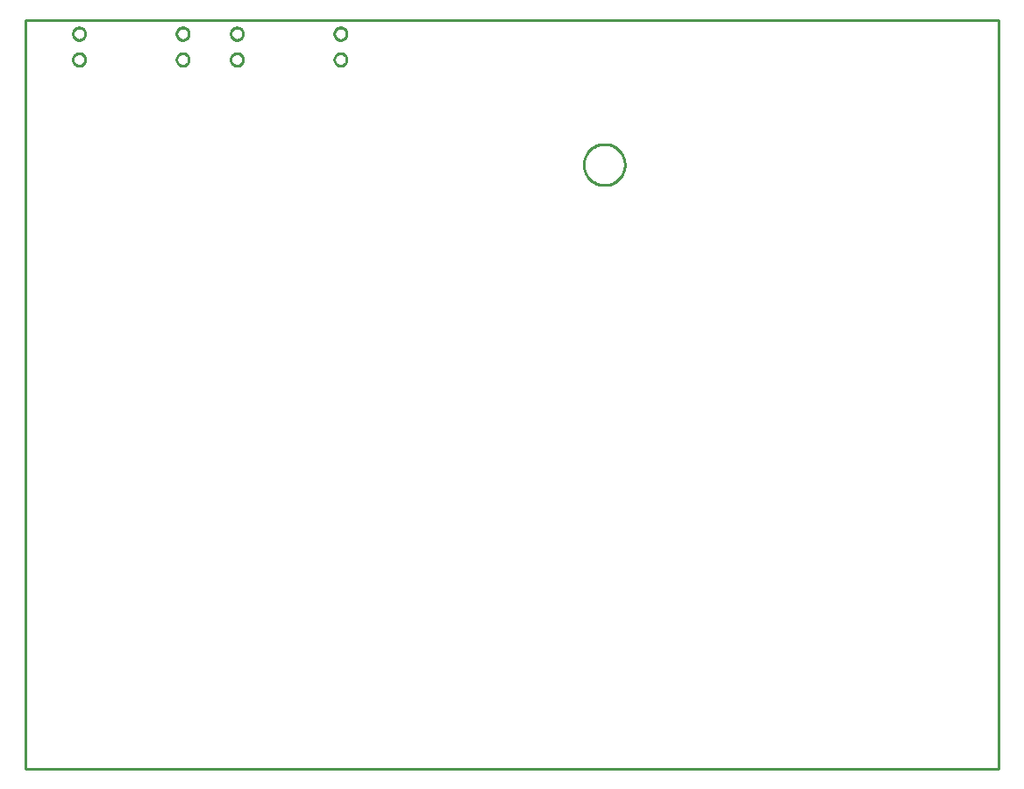
<source format=gko>
G04 EAGLE Gerber RS-274X export*
G75*
%MOMM*%
%FSLAX34Y34*%
%LPD*%
%INBoard Outline*%
%IPPOS*%
%AMOC8*
5,1,8,0,0,1.08239X$1,22.5*%
G01*
%ADD10C,0.000000*%
%ADD11C,0.254000*%


D10*
X0Y12700D02*
X939800Y12700D01*
X939800Y736600D01*
X0Y736600D01*
X0Y12700D01*
X298000Y698500D02*
X298002Y698654D01*
X298008Y698809D01*
X298018Y698963D01*
X298032Y699117D01*
X298050Y699270D01*
X298071Y699423D01*
X298097Y699576D01*
X298127Y699727D01*
X298160Y699878D01*
X298198Y700028D01*
X298239Y700177D01*
X298284Y700325D01*
X298333Y700471D01*
X298386Y700617D01*
X298442Y700760D01*
X298502Y700903D01*
X298566Y701043D01*
X298633Y701183D01*
X298704Y701320D01*
X298778Y701455D01*
X298856Y701589D01*
X298937Y701720D01*
X299022Y701849D01*
X299110Y701977D01*
X299201Y702101D01*
X299295Y702224D01*
X299393Y702344D01*
X299493Y702461D01*
X299597Y702576D01*
X299703Y702688D01*
X299812Y702797D01*
X299924Y702903D01*
X300039Y703007D01*
X300156Y703107D01*
X300276Y703205D01*
X300399Y703299D01*
X300523Y703390D01*
X300651Y703478D01*
X300780Y703563D01*
X300911Y703644D01*
X301045Y703722D01*
X301180Y703796D01*
X301317Y703867D01*
X301457Y703934D01*
X301597Y703998D01*
X301740Y704058D01*
X301883Y704114D01*
X302029Y704167D01*
X302175Y704216D01*
X302323Y704261D01*
X302472Y704302D01*
X302622Y704340D01*
X302773Y704373D01*
X302924Y704403D01*
X303077Y704429D01*
X303230Y704450D01*
X303383Y704468D01*
X303537Y704482D01*
X303691Y704492D01*
X303846Y704498D01*
X304000Y704500D01*
X304154Y704498D01*
X304309Y704492D01*
X304463Y704482D01*
X304617Y704468D01*
X304770Y704450D01*
X304923Y704429D01*
X305076Y704403D01*
X305227Y704373D01*
X305378Y704340D01*
X305528Y704302D01*
X305677Y704261D01*
X305825Y704216D01*
X305971Y704167D01*
X306117Y704114D01*
X306260Y704058D01*
X306403Y703998D01*
X306543Y703934D01*
X306683Y703867D01*
X306820Y703796D01*
X306955Y703722D01*
X307089Y703644D01*
X307220Y703563D01*
X307349Y703478D01*
X307477Y703390D01*
X307601Y703299D01*
X307724Y703205D01*
X307844Y703107D01*
X307961Y703007D01*
X308076Y702903D01*
X308188Y702797D01*
X308297Y702688D01*
X308403Y702576D01*
X308507Y702461D01*
X308607Y702344D01*
X308705Y702224D01*
X308799Y702101D01*
X308890Y701977D01*
X308978Y701849D01*
X309063Y701720D01*
X309144Y701589D01*
X309222Y701455D01*
X309296Y701320D01*
X309367Y701183D01*
X309434Y701043D01*
X309498Y700903D01*
X309558Y700760D01*
X309614Y700617D01*
X309667Y700471D01*
X309716Y700325D01*
X309761Y700177D01*
X309802Y700028D01*
X309840Y699878D01*
X309873Y699727D01*
X309903Y699576D01*
X309929Y699423D01*
X309950Y699270D01*
X309968Y699117D01*
X309982Y698963D01*
X309992Y698809D01*
X309998Y698654D01*
X310000Y698500D01*
X309998Y698346D01*
X309992Y698191D01*
X309982Y698037D01*
X309968Y697883D01*
X309950Y697730D01*
X309929Y697577D01*
X309903Y697424D01*
X309873Y697273D01*
X309840Y697122D01*
X309802Y696972D01*
X309761Y696823D01*
X309716Y696675D01*
X309667Y696529D01*
X309614Y696383D01*
X309558Y696240D01*
X309498Y696097D01*
X309434Y695957D01*
X309367Y695817D01*
X309296Y695680D01*
X309222Y695545D01*
X309144Y695411D01*
X309063Y695280D01*
X308978Y695151D01*
X308890Y695023D01*
X308799Y694899D01*
X308705Y694776D01*
X308607Y694656D01*
X308507Y694539D01*
X308403Y694424D01*
X308297Y694312D01*
X308188Y694203D01*
X308076Y694097D01*
X307961Y693993D01*
X307844Y693893D01*
X307724Y693795D01*
X307601Y693701D01*
X307477Y693610D01*
X307349Y693522D01*
X307220Y693437D01*
X307089Y693356D01*
X306955Y693278D01*
X306820Y693204D01*
X306683Y693133D01*
X306543Y693066D01*
X306403Y693002D01*
X306260Y692942D01*
X306117Y692886D01*
X305971Y692833D01*
X305825Y692784D01*
X305677Y692739D01*
X305528Y692698D01*
X305378Y692660D01*
X305227Y692627D01*
X305076Y692597D01*
X304923Y692571D01*
X304770Y692550D01*
X304617Y692532D01*
X304463Y692518D01*
X304309Y692508D01*
X304154Y692502D01*
X304000Y692500D01*
X303846Y692502D01*
X303691Y692508D01*
X303537Y692518D01*
X303383Y692532D01*
X303230Y692550D01*
X303077Y692571D01*
X302924Y692597D01*
X302773Y692627D01*
X302622Y692660D01*
X302472Y692698D01*
X302323Y692739D01*
X302175Y692784D01*
X302029Y692833D01*
X301883Y692886D01*
X301740Y692942D01*
X301597Y693002D01*
X301457Y693066D01*
X301317Y693133D01*
X301180Y693204D01*
X301045Y693278D01*
X300911Y693356D01*
X300780Y693437D01*
X300651Y693522D01*
X300523Y693610D01*
X300399Y693701D01*
X300276Y693795D01*
X300156Y693893D01*
X300039Y693993D01*
X299924Y694097D01*
X299812Y694203D01*
X299703Y694312D01*
X299597Y694424D01*
X299493Y694539D01*
X299393Y694656D01*
X299295Y694776D01*
X299201Y694899D01*
X299110Y695023D01*
X299022Y695151D01*
X298937Y695280D01*
X298856Y695411D01*
X298778Y695545D01*
X298704Y695680D01*
X298633Y695817D01*
X298566Y695957D01*
X298502Y696097D01*
X298442Y696240D01*
X298386Y696383D01*
X298333Y696529D01*
X298284Y696675D01*
X298239Y696823D01*
X298198Y696972D01*
X298160Y697122D01*
X298127Y697273D01*
X298097Y697424D01*
X298071Y697577D01*
X298050Y697730D01*
X298032Y697883D01*
X298018Y698037D01*
X298008Y698191D01*
X298002Y698346D01*
X298000Y698500D01*
X298000Y723500D02*
X298002Y723654D01*
X298008Y723809D01*
X298018Y723963D01*
X298032Y724117D01*
X298050Y724270D01*
X298071Y724423D01*
X298097Y724576D01*
X298127Y724727D01*
X298160Y724878D01*
X298198Y725028D01*
X298239Y725177D01*
X298284Y725325D01*
X298333Y725471D01*
X298386Y725617D01*
X298442Y725760D01*
X298502Y725903D01*
X298566Y726043D01*
X298633Y726183D01*
X298704Y726320D01*
X298778Y726455D01*
X298856Y726589D01*
X298937Y726720D01*
X299022Y726849D01*
X299110Y726977D01*
X299201Y727101D01*
X299295Y727224D01*
X299393Y727344D01*
X299493Y727461D01*
X299597Y727576D01*
X299703Y727688D01*
X299812Y727797D01*
X299924Y727903D01*
X300039Y728007D01*
X300156Y728107D01*
X300276Y728205D01*
X300399Y728299D01*
X300523Y728390D01*
X300651Y728478D01*
X300780Y728563D01*
X300911Y728644D01*
X301045Y728722D01*
X301180Y728796D01*
X301317Y728867D01*
X301457Y728934D01*
X301597Y728998D01*
X301740Y729058D01*
X301883Y729114D01*
X302029Y729167D01*
X302175Y729216D01*
X302323Y729261D01*
X302472Y729302D01*
X302622Y729340D01*
X302773Y729373D01*
X302924Y729403D01*
X303077Y729429D01*
X303230Y729450D01*
X303383Y729468D01*
X303537Y729482D01*
X303691Y729492D01*
X303846Y729498D01*
X304000Y729500D01*
X304154Y729498D01*
X304309Y729492D01*
X304463Y729482D01*
X304617Y729468D01*
X304770Y729450D01*
X304923Y729429D01*
X305076Y729403D01*
X305227Y729373D01*
X305378Y729340D01*
X305528Y729302D01*
X305677Y729261D01*
X305825Y729216D01*
X305971Y729167D01*
X306117Y729114D01*
X306260Y729058D01*
X306403Y728998D01*
X306543Y728934D01*
X306683Y728867D01*
X306820Y728796D01*
X306955Y728722D01*
X307089Y728644D01*
X307220Y728563D01*
X307349Y728478D01*
X307477Y728390D01*
X307601Y728299D01*
X307724Y728205D01*
X307844Y728107D01*
X307961Y728007D01*
X308076Y727903D01*
X308188Y727797D01*
X308297Y727688D01*
X308403Y727576D01*
X308507Y727461D01*
X308607Y727344D01*
X308705Y727224D01*
X308799Y727101D01*
X308890Y726977D01*
X308978Y726849D01*
X309063Y726720D01*
X309144Y726589D01*
X309222Y726455D01*
X309296Y726320D01*
X309367Y726183D01*
X309434Y726043D01*
X309498Y725903D01*
X309558Y725760D01*
X309614Y725617D01*
X309667Y725471D01*
X309716Y725325D01*
X309761Y725177D01*
X309802Y725028D01*
X309840Y724878D01*
X309873Y724727D01*
X309903Y724576D01*
X309929Y724423D01*
X309950Y724270D01*
X309968Y724117D01*
X309982Y723963D01*
X309992Y723809D01*
X309998Y723654D01*
X310000Y723500D01*
X309998Y723346D01*
X309992Y723191D01*
X309982Y723037D01*
X309968Y722883D01*
X309950Y722730D01*
X309929Y722577D01*
X309903Y722424D01*
X309873Y722273D01*
X309840Y722122D01*
X309802Y721972D01*
X309761Y721823D01*
X309716Y721675D01*
X309667Y721529D01*
X309614Y721383D01*
X309558Y721240D01*
X309498Y721097D01*
X309434Y720957D01*
X309367Y720817D01*
X309296Y720680D01*
X309222Y720545D01*
X309144Y720411D01*
X309063Y720280D01*
X308978Y720151D01*
X308890Y720023D01*
X308799Y719899D01*
X308705Y719776D01*
X308607Y719656D01*
X308507Y719539D01*
X308403Y719424D01*
X308297Y719312D01*
X308188Y719203D01*
X308076Y719097D01*
X307961Y718993D01*
X307844Y718893D01*
X307724Y718795D01*
X307601Y718701D01*
X307477Y718610D01*
X307349Y718522D01*
X307220Y718437D01*
X307089Y718356D01*
X306955Y718278D01*
X306820Y718204D01*
X306683Y718133D01*
X306543Y718066D01*
X306403Y718002D01*
X306260Y717942D01*
X306117Y717886D01*
X305971Y717833D01*
X305825Y717784D01*
X305677Y717739D01*
X305528Y717698D01*
X305378Y717660D01*
X305227Y717627D01*
X305076Y717597D01*
X304923Y717571D01*
X304770Y717550D01*
X304617Y717532D01*
X304463Y717518D01*
X304309Y717508D01*
X304154Y717502D01*
X304000Y717500D01*
X303846Y717502D01*
X303691Y717508D01*
X303537Y717518D01*
X303383Y717532D01*
X303230Y717550D01*
X303077Y717571D01*
X302924Y717597D01*
X302773Y717627D01*
X302622Y717660D01*
X302472Y717698D01*
X302323Y717739D01*
X302175Y717784D01*
X302029Y717833D01*
X301883Y717886D01*
X301740Y717942D01*
X301597Y718002D01*
X301457Y718066D01*
X301317Y718133D01*
X301180Y718204D01*
X301045Y718278D01*
X300911Y718356D01*
X300780Y718437D01*
X300651Y718522D01*
X300523Y718610D01*
X300399Y718701D01*
X300276Y718795D01*
X300156Y718893D01*
X300039Y718993D01*
X299924Y719097D01*
X299812Y719203D01*
X299703Y719312D01*
X299597Y719424D01*
X299493Y719539D01*
X299393Y719656D01*
X299295Y719776D01*
X299201Y719899D01*
X299110Y720023D01*
X299022Y720151D01*
X298937Y720280D01*
X298856Y720411D01*
X298778Y720545D01*
X298704Y720680D01*
X298633Y720817D01*
X298566Y720957D01*
X298502Y721097D01*
X298442Y721240D01*
X298386Y721383D01*
X298333Y721529D01*
X298284Y721675D01*
X298239Y721823D01*
X298198Y721972D01*
X298160Y722122D01*
X298127Y722273D01*
X298097Y722424D01*
X298071Y722577D01*
X298050Y722730D01*
X298032Y722883D01*
X298018Y723037D01*
X298008Y723191D01*
X298002Y723346D01*
X298000Y723500D01*
X198000Y723500D02*
X198002Y723654D01*
X198008Y723809D01*
X198018Y723963D01*
X198032Y724117D01*
X198050Y724270D01*
X198071Y724423D01*
X198097Y724576D01*
X198127Y724727D01*
X198160Y724878D01*
X198198Y725028D01*
X198239Y725177D01*
X198284Y725325D01*
X198333Y725471D01*
X198386Y725617D01*
X198442Y725760D01*
X198502Y725903D01*
X198566Y726043D01*
X198633Y726183D01*
X198704Y726320D01*
X198778Y726455D01*
X198856Y726589D01*
X198937Y726720D01*
X199022Y726849D01*
X199110Y726977D01*
X199201Y727101D01*
X199295Y727224D01*
X199393Y727344D01*
X199493Y727461D01*
X199597Y727576D01*
X199703Y727688D01*
X199812Y727797D01*
X199924Y727903D01*
X200039Y728007D01*
X200156Y728107D01*
X200276Y728205D01*
X200399Y728299D01*
X200523Y728390D01*
X200651Y728478D01*
X200780Y728563D01*
X200911Y728644D01*
X201045Y728722D01*
X201180Y728796D01*
X201317Y728867D01*
X201457Y728934D01*
X201597Y728998D01*
X201740Y729058D01*
X201883Y729114D01*
X202029Y729167D01*
X202175Y729216D01*
X202323Y729261D01*
X202472Y729302D01*
X202622Y729340D01*
X202773Y729373D01*
X202924Y729403D01*
X203077Y729429D01*
X203230Y729450D01*
X203383Y729468D01*
X203537Y729482D01*
X203691Y729492D01*
X203846Y729498D01*
X204000Y729500D01*
X204154Y729498D01*
X204309Y729492D01*
X204463Y729482D01*
X204617Y729468D01*
X204770Y729450D01*
X204923Y729429D01*
X205076Y729403D01*
X205227Y729373D01*
X205378Y729340D01*
X205528Y729302D01*
X205677Y729261D01*
X205825Y729216D01*
X205971Y729167D01*
X206117Y729114D01*
X206260Y729058D01*
X206403Y728998D01*
X206543Y728934D01*
X206683Y728867D01*
X206820Y728796D01*
X206955Y728722D01*
X207089Y728644D01*
X207220Y728563D01*
X207349Y728478D01*
X207477Y728390D01*
X207601Y728299D01*
X207724Y728205D01*
X207844Y728107D01*
X207961Y728007D01*
X208076Y727903D01*
X208188Y727797D01*
X208297Y727688D01*
X208403Y727576D01*
X208507Y727461D01*
X208607Y727344D01*
X208705Y727224D01*
X208799Y727101D01*
X208890Y726977D01*
X208978Y726849D01*
X209063Y726720D01*
X209144Y726589D01*
X209222Y726455D01*
X209296Y726320D01*
X209367Y726183D01*
X209434Y726043D01*
X209498Y725903D01*
X209558Y725760D01*
X209614Y725617D01*
X209667Y725471D01*
X209716Y725325D01*
X209761Y725177D01*
X209802Y725028D01*
X209840Y724878D01*
X209873Y724727D01*
X209903Y724576D01*
X209929Y724423D01*
X209950Y724270D01*
X209968Y724117D01*
X209982Y723963D01*
X209992Y723809D01*
X209998Y723654D01*
X210000Y723500D01*
X209998Y723346D01*
X209992Y723191D01*
X209982Y723037D01*
X209968Y722883D01*
X209950Y722730D01*
X209929Y722577D01*
X209903Y722424D01*
X209873Y722273D01*
X209840Y722122D01*
X209802Y721972D01*
X209761Y721823D01*
X209716Y721675D01*
X209667Y721529D01*
X209614Y721383D01*
X209558Y721240D01*
X209498Y721097D01*
X209434Y720957D01*
X209367Y720817D01*
X209296Y720680D01*
X209222Y720545D01*
X209144Y720411D01*
X209063Y720280D01*
X208978Y720151D01*
X208890Y720023D01*
X208799Y719899D01*
X208705Y719776D01*
X208607Y719656D01*
X208507Y719539D01*
X208403Y719424D01*
X208297Y719312D01*
X208188Y719203D01*
X208076Y719097D01*
X207961Y718993D01*
X207844Y718893D01*
X207724Y718795D01*
X207601Y718701D01*
X207477Y718610D01*
X207349Y718522D01*
X207220Y718437D01*
X207089Y718356D01*
X206955Y718278D01*
X206820Y718204D01*
X206683Y718133D01*
X206543Y718066D01*
X206403Y718002D01*
X206260Y717942D01*
X206117Y717886D01*
X205971Y717833D01*
X205825Y717784D01*
X205677Y717739D01*
X205528Y717698D01*
X205378Y717660D01*
X205227Y717627D01*
X205076Y717597D01*
X204923Y717571D01*
X204770Y717550D01*
X204617Y717532D01*
X204463Y717518D01*
X204309Y717508D01*
X204154Y717502D01*
X204000Y717500D01*
X203846Y717502D01*
X203691Y717508D01*
X203537Y717518D01*
X203383Y717532D01*
X203230Y717550D01*
X203077Y717571D01*
X202924Y717597D01*
X202773Y717627D01*
X202622Y717660D01*
X202472Y717698D01*
X202323Y717739D01*
X202175Y717784D01*
X202029Y717833D01*
X201883Y717886D01*
X201740Y717942D01*
X201597Y718002D01*
X201457Y718066D01*
X201317Y718133D01*
X201180Y718204D01*
X201045Y718278D01*
X200911Y718356D01*
X200780Y718437D01*
X200651Y718522D01*
X200523Y718610D01*
X200399Y718701D01*
X200276Y718795D01*
X200156Y718893D01*
X200039Y718993D01*
X199924Y719097D01*
X199812Y719203D01*
X199703Y719312D01*
X199597Y719424D01*
X199493Y719539D01*
X199393Y719656D01*
X199295Y719776D01*
X199201Y719899D01*
X199110Y720023D01*
X199022Y720151D01*
X198937Y720280D01*
X198856Y720411D01*
X198778Y720545D01*
X198704Y720680D01*
X198633Y720817D01*
X198566Y720957D01*
X198502Y721097D01*
X198442Y721240D01*
X198386Y721383D01*
X198333Y721529D01*
X198284Y721675D01*
X198239Y721823D01*
X198198Y721972D01*
X198160Y722122D01*
X198127Y722273D01*
X198097Y722424D01*
X198071Y722577D01*
X198050Y722730D01*
X198032Y722883D01*
X198018Y723037D01*
X198008Y723191D01*
X198002Y723346D01*
X198000Y723500D01*
X198000Y698500D02*
X198002Y698654D01*
X198008Y698809D01*
X198018Y698963D01*
X198032Y699117D01*
X198050Y699270D01*
X198071Y699423D01*
X198097Y699576D01*
X198127Y699727D01*
X198160Y699878D01*
X198198Y700028D01*
X198239Y700177D01*
X198284Y700325D01*
X198333Y700471D01*
X198386Y700617D01*
X198442Y700760D01*
X198502Y700903D01*
X198566Y701043D01*
X198633Y701183D01*
X198704Y701320D01*
X198778Y701455D01*
X198856Y701589D01*
X198937Y701720D01*
X199022Y701849D01*
X199110Y701977D01*
X199201Y702101D01*
X199295Y702224D01*
X199393Y702344D01*
X199493Y702461D01*
X199597Y702576D01*
X199703Y702688D01*
X199812Y702797D01*
X199924Y702903D01*
X200039Y703007D01*
X200156Y703107D01*
X200276Y703205D01*
X200399Y703299D01*
X200523Y703390D01*
X200651Y703478D01*
X200780Y703563D01*
X200911Y703644D01*
X201045Y703722D01*
X201180Y703796D01*
X201317Y703867D01*
X201457Y703934D01*
X201597Y703998D01*
X201740Y704058D01*
X201883Y704114D01*
X202029Y704167D01*
X202175Y704216D01*
X202323Y704261D01*
X202472Y704302D01*
X202622Y704340D01*
X202773Y704373D01*
X202924Y704403D01*
X203077Y704429D01*
X203230Y704450D01*
X203383Y704468D01*
X203537Y704482D01*
X203691Y704492D01*
X203846Y704498D01*
X204000Y704500D01*
X204154Y704498D01*
X204309Y704492D01*
X204463Y704482D01*
X204617Y704468D01*
X204770Y704450D01*
X204923Y704429D01*
X205076Y704403D01*
X205227Y704373D01*
X205378Y704340D01*
X205528Y704302D01*
X205677Y704261D01*
X205825Y704216D01*
X205971Y704167D01*
X206117Y704114D01*
X206260Y704058D01*
X206403Y703998D01*
X206543Y703934D01*
X206683Y703867D01*
X206820Y703796D01*
X206955Y703722D01*
X207089Y703644D01*
X207220Y703563D01*
X207349Y703478D01*
X207477Y703390D01*
X207601Y703299D01*
X207724Y703205D01*
X207844Y703107D01*
X207961Y703007D01*
X208076Y702903D01*
X208188Y702797D01*
X208297Y702688D01*
X208403Y702576D01*
X208507Y702461D01*
X208607Y702344D01*
X208705Y702224D01*
X208799Y702101D01*
X208890Y701977D01*
X208978Y701849D01*
X209063Y701720D01*
X209144Y701589D01*
X209222Y701455D01*
X209296Y701320D01*
X209367Y701183D01*
X209434Y701043D01*
X209498Y700903D01*
X209558Y700760D01*
X209614Y700617D01*
X209667Y700471D01*
X209716Y700325D01*
X209761Y700177D01*
X209802Y700028D01*
X209840Y699878D01*
X209873Y699727D01*
X209903Y699576D01*
X209929Y699423D01*
X209950Y699270D01*
X209968Y699117D01*
X209982Y698963D01*
X209992Y698809D01*
X209998Y698654D01*
X210000Y698500D01*
X209998Y698346D01*
X209992Y698191D01*
X209982Y698037D01*
X209968Y697883D01*
X209950Y697730D01*
X209929Y697577D01*
X209903Y697424D01*
X209873Y697273D01*
X209840Y697122D01*
X209802Y696972D01*
X209761Y696823D01*
X209716Y696675D01*
X209667Y696529D01*
X209614Y696383D01*
X209558Y696240D01*
X209498Y696097D01*
X209434Y695957D01*
X209367Y695817D01*
X209296Y695680D01*
X209222Y695545D01*
X209144Y695411D01*
X209063Y695280D01*
X208978Y695151D01*
X208890Y695023D01*
X208799Y694899D01*
X208705Y694776D01*
X208607Y694656D01*
X208507Y694539D01*
X208403Y694424D01*
X208297Y694312D01*
X208188Y694203D01*
X208076Y694097D01*
X207961Y693993D01*
X207844Y693893D01*
X207724Y693795D01*
X207601Y693701D01*
X207477Y693610D01*
X207349Y693522D01*
X207220Y693437D01*
X207089Y693356D01*
X206955Y693278D01*
X206820Y693204D01*
X206683Y693133D01*
X206543Y693066D01*
X206403Y693002D01*
X206260Y692942D01*
X206117Y692886D01*
X205971Y692833D01*
X205825Y692784D01*
X205677Y692739D01*
X205528Y692698D01*
X205378Y692660D01*
X205227Y692627D01*
X205076Y692597D01*
X204923Y692571D01*
X204770Y692550D01*
X204617Y692532D01*
X204463Y692518D01*
X204309Y692508D01*
X204154Y692502D01*
X204000Y692500D01*
X203846Y692502D01*
X203691Y692508D01*
X203537Y692518D01*
X203383Y692532D01*
X203230Y692550D01*
X203077Y692571D01*
X202924Y692597D01*
X202773Y692627D01*
X202622Y692660D01*
X202472Y692698D01*
X202323Y692739D01*
X202175Y692784D01*
X202029Y692833D01*
X201883Y692886D01*
X201740Y692942D01*
X201597Y693002D01*
X201457Y693066D01*
X201317Y693133D01*
X201180Y693204D01*
X201045Y693278D01*
X200911Y693356D01*
X200780Y693437D01*
X200651Y693522D01*
X200523Y693610D01*
X200399Y693701D01*
X200276Y693795D01*
X200156Y693893D01*
X200039Y693993D01*
X199924Y694097D01*
X199812Y694203D01*
X199703Y694312D01*
X199597Y694424D01*
X199493Y694539D01*
X199393Y694656D01*
X199295Y694776D01*
X199201Y694899D01*
X199110Y695023D01*
X199022Y695151D01*
X198937Y695280D01*
X198856Y695411D01*
X198778Y695545D01*
X198704Y695680D01*
X198633Y695817D01*
X198566Y695957D01*
X198502Y696097D01*
X198442Y696240D01*
X198386Y696383D01*
X198333Y696529D01*
X198284Y696675D01*
X198239Y696823D01*
X198198Y696972D01*
X198160Y697122D01*
X198127Y697273D01*
X198097Y697424D01*
X198071Y697577D01*
X198050Y697730D01*
X198032Y697883D01*
X198018Y698037D01*
X198008Y698191D01*
X198002Y698346D01*
X198000Y698500D01*
X538988Y596900D02*
X538994Y597386D01*
X539012Y597872D01*
X539042Y598357D01*
X539083Y598842D01*
X539137Y599325D01*
X539202Y599807D01*
X539280Y600287D01*
X539369Y600765D01*
X539469Y601241D01*
X539582Y601714D01*
X539706Y602184D01*
X539841Y602651D01*
X539988Y603115D01*
X540146Y603574D01*
X540316Y604030D01*
X540496Y604482D01*
X540688Y604929D01*
X540890Y605371D01*
X541103Y605808D01*
X541327Y606239D01*
X541562Y606665D01*
X541807Y607085D01*
X542062Y607499D01*
X542327Y607907D01*
X542602Y608308D01*
X542887Y608702D01*
X543181Y609089D01*
X543485Y609469D01*
X543798Y609841D01*
X544120Y610205D01*
X544451Y610561D01*
X544791Y610909D01*
X545139Y611249D01*
X545495Y611580D01*
X545859Y611902D01*
X546231Y612215D01*
X546611Y612519D01*
X546998Y612813D01*
X547392Y613098D01*
X547793Y613373D01*
X548201Y613638D01*
X548615Y613893D01*
X549035Y614138D01*
X549461Y614373D01*
X549892Y614597D01*
X550329Y614810D01*
X550771Y615012D01*
X551218Y615204D01*
X551670Y615384D01*
X552126Y615554D01*
X552585Y615712D01*
X553049Y615859D01*
X553516Y615994D01*
X553986Y616118D01*
X554459Y616231D01*
X554935Y616331D01*
X555413Y616420D01*
X555893Y616498D01*
X556375Y616563D01*
X556858Y616617D01*
X557343Y616658D01*
X557828Y616688D01*
X558314Y616706D01*
X558800Y616712D01*
X559286Y616706D01*
X559772Y616688D01*
X560257Y616658D01*
X560742Y616617D01*
X561225Y616563D01*
X561707Y616498D01*
X562187Y616420D01*
X562665Y616331D01*
X563141Y616231D01*
X563614Y616118D01*
X564084Y615994D01*
X564551Y615859D01*
X565015Y615712D01*
X565474Y615554D01*
X565930Y615384D01*
X566382Y615204D01*
X566829Y615012D01*
X567271Y614810D01*
X567708Y614597D01*
X568139Y614373D01*
X568565Y614138D01*
X568985Y613893D01*
X569399Y613638D01*
X569807Y613373D01*
X570208Y613098D01*
X570602Y612813D01*
X570989Y612519D01*
X571369Y612215D01*
X571741Y611902D01*
X572105Y611580D01*
X572461Y611249D01*
X572809Y610909D01*
X573149Y610561D01*
X573480Y610205D01*
X573802Y609841D01*
X574115Y609469D01*
X574419Y609089D01*
X574713Y608702D01*
X574998Y608308D01*
X575273Y607907D01*
X575538Y607499D01*
X575793Y607085D01*
X576038Y606665D01*
X576273Y606239D01*
X576497Y605808D01*
X576710Y605371D01*
X576912Y604929D01*
X577104Y604482D01*
X577284Y604030D01*
X577454Y603574D01*
X577612Y603115D01*
X577759Y602651D01*
X577894Y602184D01*
X578018Y601714D01*
X578131Y601241D01*
X578231Y600765D01*
X578320Y600287D01*
X578398Y599807D01*
X578463Y599325D01*
X578517Y598842D01*
X578558Y598357D01*
X578588Y597872D01*
X578606Y597386D01*
X578612Y596900D01*
X578606Y596414D01*
X578588Y595928D01*
X578558Y595443D01*
X578517Y594958D01*
X578463Y594475D01*
X578398Y593993D01*
X578320Y593513D01*
X578231Y593035D01*
X578131Y592559D01*
X578018Y592086D01*
X577894Y591616D01*
X577759Y591149D01*
X577612Y590685D01*
X577454Y590226D01*
X577284Y589770D01*
X577104Y589318D01*
X576912Y588871D01*
X576710Y588429D01*
X576497Y587992D01*
X576273Y587561D01*
X576038Y587135D01*
X575793Y586715D01*
X575538Y586301D01*
X575273Y585893D01*
X574998Y585492D01*
X574713Y585098D01*
X574419Y584711D01*
X574115Y584331D01*
X573802Y583959D01*
X573480Y583595D01*
X573149Y583239D01*
X572809Y582891D01*
X572461Y582551D01*
X572105Y582220D01*
X571741Y581898D01*
X571369Y581585D01*
X570989Y581281D01*
X570602Y580987D01*
X570208Y580702D01*
X569807Y580427D01*
X569399Y580162D01*
X568985Y579907D01*
X568565Y579662D01*
X568139Y579427D01*
X567708Y579203D01*
X567271Y578990D01*
X566829Y578788D01*
X566382Y578596D01*
X565930Y578416D01*
X565474Y578246D01*
X565015Y578088D01*
X564551Y577941D01*
X564084Y577806D01*
X563614Y577682D01*
X563141Y577569D01*
X562665Y577469D01*
X562187Y577380D01*
X561707Y577302D01*
X561225Y577237D01*
X560742Y577183D01*
X560257Y577142D01*
X559772Y577112D01*
X559286Y577094D01*
X558800Y577088D01*
X558314Y577094D01*
X557828Y577112D01*
X557343Y577142D01*
X556858Y577183D01*
X556375Y577237D01*
X555893Y577302D01*
X555413Y577380D01*
X554935Y577469D01*
X554459Y577569D01*
X553986Y577682D01*
X553516Y577806D01*
X553049Y577941D01*
X552585Y578088D01*
X552126Y578246D01*
X551670Y578416D01*
X551218Y578596D01*
X550771Y578788D01*
X550329Y578990D01*
X549892Y579203D01*
X549461Y579427D01*
X549035Y579662D01*
X548615Y579907D01*
X548201Y580162D01*
X547793Y580427D01*
X547392Y580702D01*
X546998Y580987D01*
X546611Y581281D01*
X546231Y581585D01*
X545859Y581898D01*
X545495Y582220D01*
X545139Y582551D01*
X544791Y582891D01*
X544451Y583239D01*
X544120Y583595D01*
X543798Y583959D01*
X543485Y584331D01*
X543181Y584711D01*
X542887Y585098D01*
X542602Y585492D01*
X542327Y585893D01*
X542062Y586301D01*
X541807Y586715D01*
X541562Y587135D01*
X541327Y587561D01*
X541103Y587992D01*
X540890Y588429D01*
X540688Y588871D01*
X540496Y589318D01*
X540316Y589770D01*
X540146Y590226D01*
X539988Y590685D01*
X539841Y591149D01*
X539706Y591616D01*
X539582Y592086D01*
X539469Y592559D01*
X539369Y593035D01*
X539280Y593513D01*
X539202Y593993D01*
X539137Y594475D01*
X539083Y594958D01*
X539042Y595443D01*
X539012Y595928D01*
X538994Y596414D01*
X538988Y596900D01*
X145600Y698500D02*
X145602Y698654D01*
X145608Y698809D01*
X145618Y698963D01*
X145632Y699117D01*
X145650Y699270D01*
X145671Y699423D01*
X145697Y699576D01*
X145727Y699727D01*
X145760Y699878D01*
X145798Y700028D01*
X145839Y700177D01*
X145884Y700325D01*
X145933Y700471D01*
X145986Y700617D01*
X146042Y700760D01*
X146102Y700903D01*
X146166Y701043D01*
X146233Y701183D01*
X146304Y701320D01*
X146378Y701455D01*
X146456Y701589D01*
X146537Y701720D01*
X146622Y701849D01*
X146710Y701977D01*
X146801Y702101D01*
X146895Y702224D01*
X146993Y702344D01*
X147093Y702461D01*
X147197Y702576D01*
X147303Y702688D01*
X147412Y702797D01*
X147524Y702903D01*
X147639Y703007D01*
X147756Y703107D01*
X147876Y703205D01*
X147999Y703299D01*
X148123Y703390D01*
X148251Y703478D01*
X148380Y703563D01*
X148511Y703644D01*
X148645Y703722D01*
X148780Y703796D01*
X148917Y703867D01*
X149057Y703934D01*
X149197Y703998D01*
X149340Y704058D01*
X149483Y704114D01*
X149629Y704167D01*
X149775Y704216D01*
X149923Y704261D01*
X150072Y704302D01*
X150222Y704340D01*
X150373Y704373D01*
X150524Y704403D01*
X150677Y704429D01*
X150830Y704450D01*
X150983Y704468D01*
X151137Y704482D01*
X151291Y704492D01*
X151446Y704498D01*
X151600Y704500D01*
X151754Y704498D01*
X151909Y704492D01*
X152063Y704482D01*
X152217Y704468D01*
X152370Y704450D01*
X152523Y704429D01*
X152676Y704403D01*
X152827Y704373D01*
X152978Y704340D01*
X153128Y704302D01*
X153277Y704261D01*
X153425Y704216D01*
X153571Y704167D01*
X153717Y704114D01*
X153860Y704058D01*
X154003Y703998D01*
X154143Y703934D01*
X154283Y703867D01*
X154420Y703796D01*
X154555Y703722D01*
X154689Y703644D01*
X154820Y703563D01*
X154949Y703478D01*
X155077Y703390D01*
X155201Y703299D01*
X155324Y703205D01*
X155444Y703107D01*
X155561Y703007D01*
X155676Y702903D01*
X155788Y702797D01*
X155897Y702688D01*
X156003Y702576D01*
X156107Y702461D01*
X156207Y702344D01*
X156305Y702224D01*
X156399Y702101D01*
X156490Y701977D01*
X156578Y701849D01*
X156663Y701720D01*
X156744Y701589D01*
X156822Y701455D01*
X156896Y701320D01*
X156967Y701183D01*
X157034Y701043D01*
X157098Y700903D01*
X157158Y700760D01*
X157214Y700617D01*
X157267Y700471D01*
X157316Y700325D01*
X157361Y700177D01*
X157402Y700028D01*
X157440Y699878D01*
X157473Y699727D01*
X157503Y699576D01*
X157529Y699423D01*
X157550Y699270D01*
X157568Y699117D01*
X157582Y698963D01*
X157592Y698809D01*
X157598Y698654D01*
X157600Y698500D01*
X157598Y698346D01*
X157592Y698191D01*
X157582Y698037D01*
X157568Y697883D01*
X157550Y697730D01*
X157529Y697577D01*
X157503Y697424D01*
X157473Y697273D01*
X157440Y697122D01*
X157402Y696972D01*
X157361Y696823D01*
X157316Y696675D01*
X157267Y696529D01*
X157214Y696383D01*
X157158Y696240D01*
X157098Y696097D01*
X157034Y695957D01*
X156967Y695817D01*
X156896Y695680D01*
X156822Y695545D01*
X156744Y695411D01*
X156663Y695280D01*
X156578Y695151D01*
X156490Y695023D01*
X156399Y694899D01*
X156305Y694776D01*
X156207Y694656D01*
X156107Y694539D01*
X156003Y694424D01*
X155897Y694312D01*
X155788Y694203D01*
X155676Y694097D01*
X155561Y693993D01*
X155444Y693893D01*
X155324Y693795D01*
X155201Y693701D01*
X155077Y693610D01*
X154949Y693522D01*
X154820Y693437D01*
X154689Y693356D01*
X154555Y693278D01*
X154420Y693204D01*
X154283Y693133D01*
X154143Y693066D01*
X154003Y693002D01*
X153860Y692942D01*
X153717Y692886D01*
X153571Y692833D01*
X153425Y692784D01*
X153277Y692739D01*
X153128Y692698D01*
X152978Y692660D01*
X152827Y692627D01*
X152676Y692597D01*
X152523Y692571D01*
X152370Y692550D01*
X152217Y692532D01*
X152063Y692518D01*
X151909Y692508D01*
X151754Y692502D01*
X151600Y692500D01*
X151446Y692502D01*
X151291Y692508D01*
X151137Y692518D01*
X150983Y692532D01*
X150830Y692550D01*
X150677Y692571D01*
X150524Y692597D01*
X150373Y692627D01*
X150222Y692660D01*
X150072Y692698D01*
X149923Y692739D01*
X149775Y692784D01*
X149629Y692833D01*
X149483Y692886D01*
X149340Y692942D01*
X149197Y693002D01*
X149057Y693066D01*
X148917Y693133D01*
X148780Y693204D01*
X148645Y693278D01*
X148511Y693356D01*
X148380Y693437D01*
X148251Y693522D01*
X148123Y693610D01*
X147999Y693701D01*
X147876Y693795D01*
X147756Y693893D01*
X147639Y693993D01*
X147524Y694097D01*
X147412Y694203D01*
X147303Y694312D01*
X147197Y694424D01*
X147093Y694539D01*
X146993Y694656D01*
X146895Y694776D01*
X146801Y694899D01*
X146710Y695023D01*
X146622Y695151D01*
X146537Y695280D01*
X146456Y695411D01*
X146378Y695545D01*
X146304Y695680D01*
X146233Y695817D01*
X146166Y695957D01*
X146102Y696097D01*
X146042Y696240D01*
X145986Y696383D01*
X145933Y696529D01*
X145884Y696675D01*
X145839Y696823D01*
X145798Y696972D01*
X145760Y697122D01*
X145727Y697273D01*
X145697Y697424D01*
X145671Y697577D01*
X145650Y697730D01*
X145632Y697883D01*
X145618Y698037D01*
X145608Y698191D01*
X145602Y698346D01*
X145600Y698500D01*
X145600Y723500D02*
X145602Y723654D01*
X145608Y723809D01*
X145618Y723963D01*
X145632Y724117D01*
X145650Y724270D01*
X145671Y724423D01*
X145697Y724576D01*
X145727Y724727D01*
X145760Y724878D01*
X145798Y725028D01*
X145839Y725177D01*
X145884Y725325D01*
X145933Y725471D01*
X145986Y725617D01*
X146042Y725760D01*
X146102Y725903D01*
X146166Y726043D01*
X146233Y726183D01*
X146304Y726320D01*
X146378Y726455D01*
X146456Y726589D01*
X146537Y726720D01*
X146622Y726849D01*
X146710Y726977D01*
X146801Y727101D01*
X146895Y727224D01*
X146993Y727344D01*
X147093Y727461D01*
X147197Y727576D01*
X147303Y727688D01*
X147412Y727797D01*
X147524Y727903D01*
X147639Y728007D01*
X147756Y728107D01*
X147876Y728205D01*
X147999Y728299D01*
X148123Y728390D01*
X148251Y728478D01*
X148380Y728563D01*
X148511Y728644D01*
X148645Y728722D01*
X148780Y728796D01*
X148917Y728867D01*
X149057Y728934D01*
X149197Y728998D01*
X149340Y729058D01*
X149483Y729114D01*
X149629Y729167D01*
X149775Y729216D01*
X149923Y729261D01*
X150072Y729302D01*
X150222Y729340D01*
X150373Y729373D01*
X150524Y729403D01*
X150677Y729429D01*
X150830Y729450D01*
X150983Y729468D01*
X151137Y729482D01*
X151291Y729492D01*
X151446Y729498D01*
X151600Y729500D01*
X151754Y729498D01*
X151909Y729492D01*
X152063Y729482D01*
X152217Y729468D01*
X152370Y729450D01*
X152523Y729429D01*
X152676Y729403D01*
X152827Y729373D01*
X152978Y729340D01*
X153128Y729302D01*
X153277Y729261D01*
X153425Y729216D01*
X153571Y729167D01*
X153717Y729114D01*
X153860Y729058D01*
X154003Y728998D01*
X154143Y728934D01*
X154283Y728867D01*
X154420Y728796D01*
X154555Y728722D01*
X154689Y728644D01*
X154820Y728563D01*
X154949Y728478D01*
X155077Y728390D01*
X155201Y728299D01*
X155324Y728205D01*
X155444Y728107D01*
X155561Y728007D01*
X155676Y727903D01*
X155788Y727797D01*
X155897Y727688D01*
X156003Y727576D01*
X156107Y727461D01*
X156207Y727344D01*
X156305Y727224D01*
X156399Y727101D01*
X156490Y726977D01*
X156578Y726849D01*
X156663Y726720D01*
X156744Y726589D01*
X156822Y726455D01*
X156896Y726320D01*
X156967Y726183D01*
X157034Y726043D01*
X157098Y725903D01*
X157158Y725760D01*
X157214Y725617D01*
X157267Y725471D01*
X157316Y725325D01*
X157361Y725177D01*
X157402Y725028D01*
X157440Y724878D01*
X157473Y724727D01*
X157503Y724576D01*
X157529Y724423D01*
X157550Y724270D01*
X157568Y724117D01*
X157582Y723963D01*
X157592Y723809D01*
X157598Y723654D01*
X157600Y723500D01*
X157598Y723346D01*
X157592Y723191D01*
X157582Y723037D01*
X157568Y722883D01*
X157550Y722730D01*
X157529Y722577D01*
X157503Y722424D01*
X157473Y722273D01*
X157440Y722122D01*
X157402Y721972D01*
X157361Y721823D01*
X157316Y721675D01*
X157267Y721529D01*
X157214Y721383D01*
X157158Y721240D01*
X157098Y721097D01*
X157034Y720957D01*
X156967Y720817D01*
X156896Y720680D01*
X156822Y720545D01*
X156744Y720411D01*
X156663Y720280D01*
X156578Y720151D01*
X156490Y720023D01*
X156399Y719899D01*
X156305Y719776D01*
X156207Y719656D01*
X156107Y719539D01*
X156003Y719424D01*
X155897Y719312D01*
X155788Y719203D01*
X155676Y719097D01*
X155561Y718993D01*
X155444Y718893D01*
X155324Y718795D01*
X155201Y718701D01*
X155077Y718610D01*
X154949Y718522D01*
X154820Y718437D01*
X154689Y718356D01*
X154555Y718278D01*
X154420Y718204D01*
X154283Y718133D01*
X154143Y718066D01*
X154003Y718002D01*
X153860Y717942D01*
X153717Y717886D01*
X153571Y717833D01*
X153425Y717784D01*
X153277Y717739D01*
X153128Y717698D01*
X152978Y717660D01*
X152827Y717627D01*
X152676Y717597D01*
X152523Y717571D01*
X152370Y717550D01*
X152217Y717532D01*
X152063Y717518D01*
X151909Y717508D01*
X151754Y717502D01*
X151600Y717500D01*
X151446Y717502D01*
X151291Y717508D01*
X151137Y717518D01*
X150983Y717532D01*
X150830Y717550D01*
X150677Y717571D01*
X150524Y717597D01*
X150373Y717627D01*
X150222Y717660D01*
X150072Y717698D01*
X149923Y717739D01*
X149775Y717784D01*
X149629Y717833D01*
X149483Y717886D01*
X149340Y717942D01*
X149197Y718002D01*
X149057Y718066D01*
X148917Y718133D01*
X148780Y718204D01*
X148645Y718278D01*
X148511Y718356D01*
X148380Y718437D01*
X148251Y718522D01*
X148123Y718610D01*
X147999Y718701D01*
X147876Y718795D01*
X147756Y718893D01*
X147639Y718993D01*
X147524Y719097D01*
X147412Y719203D01*
X147303Y719312D01*
X147197Y719424D01*
X147093Y719539D01*
X146993Y719656D01*
X146895Y719776D01*
X146801Y719899D01*
X146710Y720023D01*
X146622Y720151D01*
X146537Y720280D01*
X146456Y720411D01*
X146378Y720545D01*
X146304Y720680D01*
X146233Y720817D01*
X146166Y720957D01*
X146102Y721097D01*
X146042Y721240D01*
X145986Y721383D01*
X145933Y721529D01*
X145884Y721675D01*
X145839Y721823D01*
X145798Y721972D01*
X145760Y722122D01*
X145727Y722273D01*
X145697Y722424D01*
X145671Y722577D01*
X145650Y722730D01*
X145632Y722883D01*
X145618Y723037D01*
X145608Y723191D01*
X145602Y723346D01*
X145600Y723500D01*
X45600Y723500D02*
X45602Y723654D01*
X45608Y723809D01*
X45618Y723963D01*
X45632Y724117D01*
X45650Y724270D01*
X45671Y724423D01*
X45697Y724576D01*
X45727Y724727D01*
X45760Y724878D01*
X45798Y725028D01*
X45839Y725177D01*
X45884Y725325D01*
X45933Y725471D01*
X45986Y725617D01*
X46042Y725760D01*
X46102Y725903D01*
X46166Y726043D01*
X46233Y726183D01*
X46304Y726320D01*
X46378Y726455D01*
X46456Y726589D01*
X46537Y726720D01*
X46622Y726849D01*
X46710Y726977D01*
X46801Y727101D01*
X46895Y727224D01*
X46993Y727344D01*
X47093Y727461D01*
X47197Y727576D01*
X47303Y727688D01*
X47412Y727797D01*
X47524Y727903D01*
X47639Y728007D01*
X47756Y728107D01*
X47876Y728205D01*
X47999Y728299D01*
X48123Y728390D01*
X48251Y728478D01*
X48380Y728563D01*
X48511Y728644D01*
X48645Y728722D01*
X48780Y728796D01*
X48917Y728867D01*
X49057Y728934D01*
X49197Y728998D01*
X49340Y729058D01*
X49483Y729114D01*
X49629Y729167D01*
X49775Y729216D01*
X49923Y729261D01*
X50072Y729302D01*
X50222Y729340D01*
X50373Y729373D01*
X50524Y729403D01*
X50677Y729429D01*
X50830Y729450D01*
X50983Y729468D01*
X51137Y729482D01*
X51291Y729492D01*
X51446Y729498D01*
X51600Y729500D01*
X51754Y729498D01*
X51909Y729492D01*
X52063Y729482D01*
X52217Y729468D01*
X52370Y729450D01*
X52523Y729429D01*
X52676Y729403D01*
X52827Y729373D01*
X52978Y729340D01*
X53128Y729302D01*
X53277Y729261D01*
X53425Y729216D01*
X53571Y729167D01*
X53717Y729114D01*
X53860Y729058D01*
X54003Y728998D01*
X54143Y728934D01*
X54283Y728867D01*
X54420Y728796D01*
X54555Y728722D01*
X54689Y728644D01*
X54820Y728563D01*
X54949Y728478D01*
X55077Y728390D01*
X55201Y728299D01*
X55324Y728205D01*
X55444Y728107D01*
X55561Y728007D01*
X55676Y727903D01*
X55788Y727797D01*
X55897Y727688D01*
X56003Y727576D01*
X56107Y727461D01*
X56207Y727344D01*
X56305Y727224D01*
X56399Y727101D01*
X56490Y726977D01*
X56578Y726849D01*
X56663Y726720D01*
X56744Y726589D01*
X56822Y726455D01*
X56896Y726320D01*
X56967Y726183D01*
X57034Y726043D01*
X57098Y725903D01*
X57158Y725760D01*
X57214Y725617D01*
X57267Y725471D01*
X57316Y725325D01*
X57361Y725177D01*
X57402Y725028D01*
X57440Y724878D01*
X57473Y724727D01*
X57503Y724576D01*
X57529Y724423D01*
X57550Y724270D01*
X57568Y724117D01*
X57582Y723963D01*
X57592Y723809D01*
X57598Y723654D01*
X57600Y723500D01*
X57598Y723346D01*
X57592Y723191D01*
X57582Y723037D01*
X57568Y722883D01*
X57550Y722730D01*
X57529Y722577D01*
X57503Y722424D01*
X57473Y722273D01*
X57440Y722122D01*
X57402Y721972D01*
X57361Y721823D01*
X57316Y721675D01*
X57267Y721529D01*
X57214Y721383D01*
X57158Y721240D01*
X57098Y721097D01*
X57034Y720957D01*
X56967Y720817D01*
X56896Y720680D01*
X56822Y720545D01*
X56744Y720411D01*
X56663Y720280D01*
X56578Y720151D01*
X56490Y720023D01*
X56399Y719899D01*
X56305Y719776D01*
X56207Y719656D01*
X56107Y719539D01*
X56003Y719424D01*
X55897Y719312D01*
X55788Y719203D01*
X55676Y719097D01*
X55561Y718993D01*
X55444Y718893D01*
X55324Y718795D01*
X55201Y718701D01*
X55077Y718610D01*
X54949Y718522D01*
X54820Y718437D01*
X54689Y718356D01*
X54555Y718278D01*
X54420Y718204D01*
X54283Y718133D01*
X54143Y718066D01*
X54003Y718002D01*
X53860Y717942D01*
X53717Y717886D01*
X53571Y717833D01*
X53425Y717784D01*
X53277Y717739D01*
X53128Y717698D01*
X52978Y717660D01*
X52827Y717627D01*
X52676Y717597D01*
X52523Y717571D01*
X52370Y717550D01*
X52217Y717532D01*
X52063Y717518D01*
X51909Y717508D01*
X51754Y717502D01*
X51600Y717500D01*
X51446Y717502D01*
X51291Y717508D01*
X51137Y717518D01*
X50983Y717532D01*
X50830Y717550D01*
X50677Y717571D01*
X50524Y717597D01*
X50373Y717627D01*
X50222Y717660D01*
X50072Y717698D01*
X49923Y717739D01*
X49775Y717784D01*
X49629Y717833D01*
X49483Y717886D01*
X49340Y717942D01*
X49197Y718002D01*
X49057Y718066D01*
X48917Y718133D01*
X48780Y718204D01*
X48645Y718278D01*
X48511Y718356D01*
X48380Y718437D01*
X48251Y718522D01*
X48123Y718610D01*
X47999Y718701D01*
X47876Y718795D01*
X47756Y718893D01*
X47639Y718993D01*
X47524Y719097D01*
X47412Y719203D01*
X47303Y719312D01*
X47197Y719424D01*
X47093Y719539D01*
X46993Y719656D01*
X46895Y719776D01*
X46801Y719899D01*
X46710Y720023D01*
X46622Y720151D01*
X46537Y720280D01*
X46456Y720411D01*
X46378Y720545D01*
X46304Y720680D01*
X46233Y720817D01*
X46166Y720957D01*
X46102Y721097D01*
X46042Y721240D01*
X45986Y721383D01*
X45933Y721529D01*
X45884Y721675D01*
X45839Y721823D01*
X45798Y721972D01*
X45760Y722122D01*
X45727Y722273D01*
X45697Y722424D01*
X45671Y722577D01*
X45650Y722730D01*
X45632Y722883D01*
X45618Y723037D01*
X45608Y723191D01*
X45602Y723346D01*
X45600Y723500D01*
X45600Y698500D02*
X45602Y698654D01*
X45608Y698809D01*
X45618Y698963D01*
X45632Y699117D01*
X45650Y699270D01*
X45671Y699423D01*
X45697Y699576D01*
X45727Y699727D01*
X45760Y699878D01*
X45798Y700028D01*
X45839Y700177D01*
X45884Y700325D01*
X45933Y700471D01*
X45986Y700617D01*
X46042Y700760D01*
X46102Y700903D01*
X46166Y701043D01*
X46233Y701183D01*
X46304Y701320D01*
X46378Y701455D01*
X46456Y701589D01*
X46537Y701720D01*
X46622Y701849D01*
X46710Y701977D01*
X46801Y702101D01*
X46895Y702224D01*
X46993Y702344D01*
X47093Y702461D01*
X47197Y702576D01*
X47303Y702688D01*
X47412Y702797D01*
X47524Y702903D01*
X47639Y703007D01*
X47756Y703107D01*
X47876Y703205D01*
X47999Y703299D01*
X48123Y703390D01*
X48251Y703478D01*
X48380Y703563D01*
X48511Y703644D01*
X48645Y703722D01*
X48780Y703796D01*
X48917Y703867D01*
X49057Y703934D01*
X49197Y703998D01*
X49340Y704058D01*
X49483Y704114D01*
X49629Y704167D01*
X49775Y704216D01*
X49923Y704261D01*
X50072Y704302D01*
X50222Y704340D01*
X50373Y704373D01*
X50524Y704403D01*
X50677Y704429D01*
X50830Y704450D01*
X50983Y704468D01*
X51137Y704482D01*
X51291Y704492D01*
X51446Y704498D01*
X51600Y704500D01*
X51754Y704498D01*
X51909Y704492D01*
X52063Y704482D01*
X52217Y704468D01*
X52370Y704450D01*
X52523Y704429D01*
X52676Y704403D01*
X52827Y704373D01*
X52978Y704340D01*
X53128Y704302D01*
X53277Y704261D01*
X53425Y704216D01*
X53571Y704167D01*
X53717Y704114D01*
X53860Y704058D01*
X54003Y703998D01*
X54143Y703934D01*
X54283Y703867D01*
X54420Y703796D01*
X54555Y703722D01*
X54689Y703644D01*
X54820Y703563D01*
X54949Y703478D01*
X55077Y703390D01*
X55201Y703299D01*
X55324Y703205D01*
X55444Y703107D01*
X55561Y703007D01*
X55676Y702903D01*
X55788Y702797D01*
X55897Y702688D01*
X56003Y702576D01*
X56107Y702461D01*
X56207Y702344D01*
X56305Y702224D01*
X56399Y702101D01*
X56490Y701977D01*
X56578Y701849D01*
X56663Y701720D01*
X56744Y701589D01*
X56822Y701455D01*
X56896Y701320D01*
X56967Y701183D01*
X57034Y701043D01*
X57098Y700903D01*
X57158Y700760D01*
X57214Y700617D01*
X57267Y700471D01*
X57316Y700325D01*
X57361Y700177D01*
X57402Y700028D01*
X57440Y699878D01*
X57473Y699727D01*
X57503Y699576D01*
X57529Y699423D01*
X57550Y699270D01*
X57568Y699117D01*
X57582Y698963D01*
X57592Y698809D01*
X57598Y698654D01*
X57600Y698500D01*
X57598Y698346D01*
X57592Y698191D01*
X57582Y698037D01*
X57568Y697883D01*
X57550Y697730D01*
X57529Y697577D01*
X57503Y697424D01*
X57473Y697273D01*
X57440Y697122D01*
X57402Y696972D01*
X57361Y696823D01*
X57316Y696675D01*
X57267Y696529D01*
X57214Y696383D01*
X57158Y696240D01*
X57098Y696097D01*
X57034Y695957D01*
X56967Y695817D01*
X56896Y695680D01*
X56822Y695545D01*
X56744Y695411D01*
X56663Y695280D01*
X56578Y695151D01*
X56490Y695023D01*
X56399Y694899D01*
X56305Y694776D01*
X56207Y694656D01*
X56107Y694539D01*
X56003Y694424D01*
X55897Y694312D01*
X55788Y694203D01*
X55676Y694097D01*
X55561Y693993D01*
X55444Y693893D01*
X55324Y693795D01*
X55201Y693701D01*
X55077Y693610D01*
X54949Y693522D01*
X54820Y693437D01*
X54689Y693356D01*
X54555Y693278D01*
X54420Y693204D01*
X54283Y693133D01*
X54143Y693066D01*
X54003Y693002D01*
X53860Y692942D01*
X53717Y692886D01*
X53571Y692833D01*
X53425Y692784D01*
X53277Y692739D01*
X53128Y692698D01*
X52978Y692660D01*
X52827Y692627D01*
X52676Y692597D01*
X52523Y692571D01*
X52370Y692550D01*
X52217Y692532D01*
X52063Y692518D01*
X51909Y692508D01*
X51754Y692502D01*
X51600Y692500D01*
X51446Y692502D01*
X51291Y692508D01*
X51137Y692518D01*
X50983Y692532D01*
X50830Y692550D01*
X50677Y692571D01*
X50524Y692597D01*
X50373Y692627D01*
X50222Y692660D01*
X50072Y692698D01*
X49923Y692739D01*
X49775Y692784D01*
X49629Y692833D01*
X49483Y692886D01*
X49340Y692942D01*
X49197Y693002D01*
X49057Y693066D01*
X48917Y693133D01*
X48780Y693204D01*
X48645Y693278D01*
X48511Y693356D01*
X48380Y693437D01*
X48251Y693522D01*
X48123Y693610D01*
X47999Y693701D01*
X47876Y693795D01*
X47756Y693893D01*
X47639Y693993D01*
X47524Y694097D01*
X47412Y694203D01*
X47303Y694312D01*
X47197Y694424D01*
X47093Y694539D01*
X46993Y694656D01*
X46895Y694776D01*
X46801Y694899D01*
X46710Y695023D01*
X46622Y695151D01*
X46537Y695280D01*
X46456Y695411D01*
X46378Y695545D01*
X46304Y695680D01*
X46233Y695817D01*
X46166Y695957D01*
X46102Y696097D01*
X46042Y696240D01*
X45986Y696383D01*
X45933Y696529D01*
X45884Y696675D01*
X45839Y696823D01*
X45798Y696972D01*
X45760Y697122D01*
X45727Y697273D01*
X45697Y697424D01*
X45671Y697577D01*
X45650Y697730D01*
X45632Y697883D01*
X45618Y698037D01*
X45608Y698191D01*
X45602Y698346D01*
X45600Y698500D01*
D11*
X0Y12700D02*
X939800Y12700D01*
X939800Y736600D01*
X0Y736600D01*
X0Y12700D01*
X303663Y692500D02*
X302993Y692575D01*
X302336Y692725D01*
X301700Y692948D01*
X301093Y693240D01*
X300523Y693599D01*
X299996Y694019D01*
X299519Y694496D01*
X299099Y695023D01*
X298740Y695593D01*
X298448Y696200D01*
X298225Y696836D01*
X298075Y697493D01*
X298000Y698163D01*
X298000Y698837D01*
X298075Y699507D01*
X298225Y700164D01*
X298448Y700800D01*
X298740Y701407D01*
X299099Y701978D01*
X299519Y702504D01*
X299996Y702981D01*
X300523Y703401D01*
X301093Y703760D01*
X301700Y704052D01*
X302336Y704275D01*
X302993Y704425D01*
X303663Y704500D01*
X304337Y704500D01*
X305007Y704425D01*
X305664Y704275D01*
X306300Y704052D01*
X306907Y703760D01*
X307478Y703401D01*
X308004Y702981D01*
X308481Y702504D01*
X308901Y701978D01*
X309260Y701407D01*
X309552Y700800D01*
X309775Y700164D01*
X309925Y699507D01*
X310000Y698837D01*
X310000Y698163D01*
X309925Y697493D01*
X309775Y696836D01*
X309552Y696200D01*
X309260Y695593D01*
X308901Y695023D01*
X308481Y694496D01*
X308004Y694019D01*
X307478Y693599D01*
X306907Y693240D01*
X306300Y692948D01*
X305664Y692725D01*
X305007Y692575D01*
X304337Y692500D01*
X303663Y692500D01*
X303663Y717500D02*
X302993Y717575D01*
X302336Y717725D01*
X301700Y717948D01*
X301093Y718240D01*
X300523Y718599D01*
X299996Y719019D01*
X299519Y719496D01*
X299099Y720023D01*
X298740Y720593D01*
X298448Y721200D01*
X298225Y721836D01*
X298075Y722493D01*
X298000Y723163D01*
X298000Y723837D01*
X298075Y724507D01*
X298225Y725164D01*
X298448Y725800D01*
X298740Y726407D01*
X299099Y726978D01*
X299519Y727504D01*
X299996Y727981D01*
X300523Y728401D01*
X301093Y728760D01*
X301700Y729052D01*
X302336Y729275D01*
X302993Y729425D01*
X303663Y729500D01*
X304337Y729500D01*
X305007Y729425D01*
X305664Y729275D01*
X306300Y729052D01*
X306907Y728760D01*
X307478Y728401D01*
X308004Y727981D01*
X308481Y727504D01*
X308901Y726978D01*
X309260Y726407D01*
X309552Y725800D01*
X309775Y725164D01*
X309925Y724507D01*
X310000Y723837D01*
X310000Y723163D01*
X309925Y722493D01*
X309775Y721836D01*
X309552Y721200D01*
X309260Y720593D01*
X308901Y720023D01*
X308481Y719496D01*
X308004Y719019D01*
X307478Y718599D01*
X306907Y718240D01*
X306300Y717948D01*
X305664Y717725D01*
X305007Y717575D01*
X304337Y717500D01*
X303663Y717500D01*
X203663Y717500D02*
X202993Y717575D01*
X202336Y717725D01*
X201700Y717948D01*
X201093Y718240D01*
X200523Y718599D01*
X199996Y719019D01*
X199519Y719496D01*
X199099Y720023D01*
X198740Y720593D01*
X198448Y721200D01*
X198225Y721836D01*
X198075Y722493D01*
X198000Y723163D01*
X198000Y723837D01*
X198075Y724507D01*
X198225Y725164D01*
X198448Y725800D01*
X198740Y726407D01*
X199099Y726978D01*
X199519Y727504D01*
X199996Y727981D01*
X200523Y728401D01*
X201093Y728760D01*
X201700Y729052D01*
X202336Y729275D01*
X202993Y729425D01*
X203663Y729500D01*
X204337Y729500D01*
X205007Y729425D01*
X205664Y729275D01*
X206300Y729052D01*
X206907Y728760D01*
X207478Y728401D01*
X208004Y727981D01*
X208481Y727504D01*
X208901Y726978D01*
X209260Y726407D01*
X209552Y725800D01*
X209775Y725164D01*
X209925Y724507D01*
X210000Y723837D01*
X210000Y723163D01*
X209925Y722493D01*
X209775Y721836D01*
X209552Y721200D01*
X209260Y720593D01*
X208901Y720023D01*
X208481Y719496D01*
X208004Y719019D01*
X207478Y718599D01*
X206907Y718240D01*
X206300Y717948D01*
X205664Y717725D01*
X205007Y717575D01*
X204337Y717500D01*
X203663Y717500D01*
X203663Y692500D02*
X202993Y692575D01*
X202336Y692725D01*
X201700Y692948D01*
X201093Y693240D01*
X200523Y693599D01*
X199996Y694019D01*
X199519Y694496D01*
X199099Y695023D01*
X198740Y695593D01*
X198448Y696200D01*
X198225Y696836D01*
X198075Y697493D01*
X198000Y698163D01*
X198000Y698837D01*
X198075Y699507D01*
X198225Y700164D01*
X198448Y700800D01*
X198740Y701407D01*
X199099Y701978D01*
X199519Y702504D01*
X199996Y702981D01*
X200523Y703401D01*
X201093Y703760D01*
X201700Y704052D01*
X202336Y704275D01*
X202993Y704425D01*
X203663Y704500D01*
X204337Y704500D01*
X205007Y704425D01*
X205664Y704275D01*
X206300Y704052D01*
X206907Y703760D01*
X207478Y703401D01*
X208004Y702981D01*
X208481Y702504D01*
X208901Y701978D01*
X209260Y701407D01*
X209552Y700800D01*
X209775Y700164D01*
X209925Y699507D01*
X210000Y698837D01*
X210000Y698163D01*
X209925Y697493D01*
X209775Y696836D01*
X209552Y696200D01*
X209260Y695593D01*
X208901Y695023D01*
X208481Y694496D01*
X208004Y694019D01*
X207478Y693599D01*
X206907Y693240D01*
X206300Y692948D01*
X205664Y692725D01*
X205007Y692575D01*
X204337Y692500D01*
X203663Y692500D01*
X578612Y596301D02*
X578540Y595106D01*
X578395Y593918D01*
X578180Y592740D01*
X577893Y591577D01*
X577537Y590434D01*
X577112Y589315D01*
X576621Y588223D01*
X576064Y587163D01*
X575445Y586138D01*
X574765Y585153D01*
X574026Y584210D01*
X573233Y583314D01*
X572386Y582468D01*
X571490Y581674D01*
X570547Y580935D01*
X569562Y580255D01*
X568537Y579636D01*
X567477Y579079D01*
X566385Y578588D01*
X565266Y578163D01*
X564123Y577807D01*
X562960Y577520D01*
X561782Y577305D01*
X560594Y577160D01*
X559399Y577088D01*
X558201Y577088D01*
X557006Y577160D01*
X555818Y577305D01*
X554640Y577520D01*
X553477Y577807D01*
X552334Y578163D01*
X551215Y578588D01*
X550123Y579079D01*
X549063Y579636D01*
X548038Y580255D01*
X547053Y580935D01*
X546110Y581674D01*
X545214Y582468D01*
X544368Y583314D01*
X543574Y584210D01*
X542835Y585153D01*
X542155Y586138D01*
X541536Y587163D01*
X540979Y588223D01*
X540488Y589315D01*
X540063Y590434D01*
X539707Y591577D01*
X539420Y592740D01*
X539205Y593918D01*
X539060Y595106D01*
X538988Y596301D01*
X538988Y597499D01*
X539060Y598694D01*
X539205Y599882D01*
X539420Y601060D01*
X539707Y602223D01*
X540063Y603366D01*
X540488Y604485D01*
X540979Y605577D01*
X541536Y606637D01*
X542155Y607662D01*
X542835Y608647D01*
X543574Y609590D01*
X544368Y610486D01*
X545214Y611333D01*
X546110Y612126D01*
X547053Y612865D01*
X548038Y613545D01*
X549063Y614164D01*
X550123Y614721D01*
X551215Y615212D01*
X552334Y615637D01*
X553477Y615993D01*
X554640Y616280D01*
X555818Y616495D01*
X557006Y616640D01*
X558201Y616712D01*
X559399Y616712D01*
X560594Y616640D01*
X561782Y616495D01*
X562960Y616280D01*
X564123Y615993D01*
X565266Y615637D01*
X566385Y615212D01*
X567477Y614721D01*
X568537Y614164D01*
X569562Y613545D01*
X570547Y612865D01*
X571490Y612126D01*
X572386Y611333D01*
X573233Y610486D01*
X574026Y609590D01*
X574765Y608647D01*
X575445Y607662D01*
X576064Y606637D01*
X576621Y605577D01*
X577112Y604485D01*
X577537Y603366D01*
X577893Y602223D01*
X578180Y601060D01*
X578395Y599882D01*
X578540Y598694D01*
X578612Y597499D01*
X578612Y596301D01*
X151263Y692500D02*
X150593Y692575D01*
X149936Y692725D01*
X149300Y692948D01*
X148693Y693240D01*
X148123Y693599D01*
X147596Y694019D01*
X147119Y694496D01*
X146699Y695023D01*
X146340Y695593D01*
X146048Y696200D01*
X145825Y696836D01*
X145675Y697493D01*
X145600Y698163D01*
X145600Y698837D01*
X145675Y699507D01*
X145825Y700164D01*
X146048Y700800D01*
X146340Y701407D01*
X146699Y701978D01*
X147119Y702504D01*
X147596Y702981D01*
X148123Y703401D01*
X148693Y703760D01*
X149300Y704052D01*
X149936Y704275D01*
X150593Y704425D01*
X151263Y704500D01*
X151937Y704500D01*
X152607Y704425D01*
X153264Y704275D01*
X153900Y704052D01*
X154507Y703760D01*
X155078Y703401D01*
X155604Y702981D01*
X156081Y702504D01*
X156501Y701978D01*
X156860Y701407D01*
X157152Y700800D01*
X157375Y700164D01*
X157525Y699507D01*
X157600Y698837D01*
X157600Y698163D01*
X157525Y697493D01*
X157375Y696836D01*
X157152Y696200D01*
X156860Y695593D01*
X156501Y695023D01*
X156081Y694496D01*
X155604Y694019D01*
X155078Y693599D01*
X154507Y693240D01*
X153900Y692948D01*
X153264Y692725D01*
X152607Y692575D01*
X151937Y692500D01*
X151263Y692500D01*
X151263Y717500D02*
X150593Y717575D01*
X149936Y717725D01*
X149300Y717948D01*
X148693Y718240D01*
X148123Y718599D01*
X147596Y719019D01*
X147119Y719496D01*
X146699Y720023D01*
X146340Y720593D01*
X146048Y721200D01*
X145825Y721836D01*
X145675Y722493D01*
X145600Y723163D01*
X145600Y723837D01*
X145675Y724507D01*
X145825Y725164D01*
X146048Y725800D01*
X146340Y726407D01*
X146699Y726978D01*
X147119Y727504D01*
X147596Y727981D01*
X148123Y728401D01*
X148693Y728760D01*
X149300Y729052D01*
X149936Y729275D01*
X150593Y729425D01*
X151263Y729500D01*
X151937Y729500D01*
X152607Y729425D01*
X153264Y729275D01*
X153900Y729052D01*
X154507Y728760D01*
X155078Y728401D01*
X155604Y727981D01*
X156081Y727504D01*
X156501Y726978D01*
X156860Y726407D01*
X157152Y725800D01*
X157375Y725164D01*
X157525Y724507D01*
X157600Y723837D01*
X157600Y723163D01*
X157525Y722493D01*
X157375Y721836D01*
X157152Y721200D01*
X156860Y720593D01*
X156501Y720023D01*
X156081Y719496D01*
X155604Y719019D01*
X155078Y718599D01*
X154507Y718240D01*
X153900Y717948D01*
X153264Y717725D01*
X152607Y717575D01*
X151937Y717500D01*
X151263Y717500D01*
X51263Y717500D02*
X50593Y717575D01*
X49936Y717725D01*
X49300Y717948D01*
X48693Y718240D01*
X48123Y718599D01*
X47596Y719019D01*
X47119Y719496D01*
X46699Y720023D01*
X46340Y720593D01*
X46048Y721200D01*
X45825Y721836D01*
X45675Y722493D01*
X45600Y723163D01*
X45600Y723837D01*
X45675Y724507D01*
X45825Y725164D01*
X46048Y725800D01*
X46340Y726407D01*
X46699Y726978D01*
X47119Y727504D01*
X47596Y727981D01*
X48123Y728401D01*
X48693Y728760D01*
X49300Y729052D01*
X49936Y729275D01*
X50593Y729425D01*
X51263Y729500D01*
X51937Y729500D01*
X52607Y729425D01*
X53264Y729275D01*
X53900Y729052D01*
X54507Y728760D01*
X55078Y728401D01*
X55604Y727981D01*
X56081Y727504D01*
X56501Y726978D01*
X56860Y726407D01*
X57152Y725800D01*
X57375Y725164D01*
X57525Y724507D01*
X57600Y723837D01*
X57600Y723163D01*
X57525Y722493D01*
X57375Y721836D01*
X57152Y721200D01*
X56860Y720593D01*
X56501Y720023D01*
X56081Y719496D01*
X55604Y719019D01*
X55078Y718599D01*
X54507Y718240D01*
X53900Y717948D01*
X53264Y717725D01*
X52607Y717575D01*
X51937Y717500D01*
X51263Y717500D01*
X51263Y692500D02*
X50593Y692575D01*
X49936Y692725D01*
X49300Y692948D01*
X48693Y693240D01*
X48123Y693599D01*
X47596Y694019D01*
X47119Y694496D01*
X46699Y695023D01*
X46340Y695593D01*
X46048Y696200D01*
X45825Y696836D01*
X45675Y697493D01*
X45600Y698163D01*
X45600Y698837D01*
X45675Y699507D01*
X45825Y700164D01*
X46048Y700800D01*
X46340Y701407D01*
X46699Y701978D01*
X47119Y702504D01*
X47596Y702981D01*
X48123Y703401D01*
X48693Y703760D01*
X49300Y704052D01*
X49936Y704275D01*
X50593Y704425D01*
X51263Y704500D01*
X51937Y704500D01*
X52607Y704425D01*
X53264Y704275D01*
X53900Y704052D01*
X54507Y703760D01*
X55078Y703401D01*
X55604Y702981D01*
X56081Y702504D01*
X56501Y701978D01*
X56860Y701407D01*
X57152Y700800D01*
X57375Y700164D01*
X57525Y699507D01*
X57600Y698837D01*
X57600Y698163D01*
X57525Y697493D01*
X57375Y696836D01*
X57152Y696200D01*
X56860Y695593D01*
X56501Y695023D01*
X56081Y694496D01*
X55604Y694019D01*
X55078Y693599D01*
X54507Y693240D01*
X53900Y692948D01*
X53264Y692725D01*
X52607Y692575D01*
X51937Y692500D01*
X51263Y692500D01*
M02*

</source>
